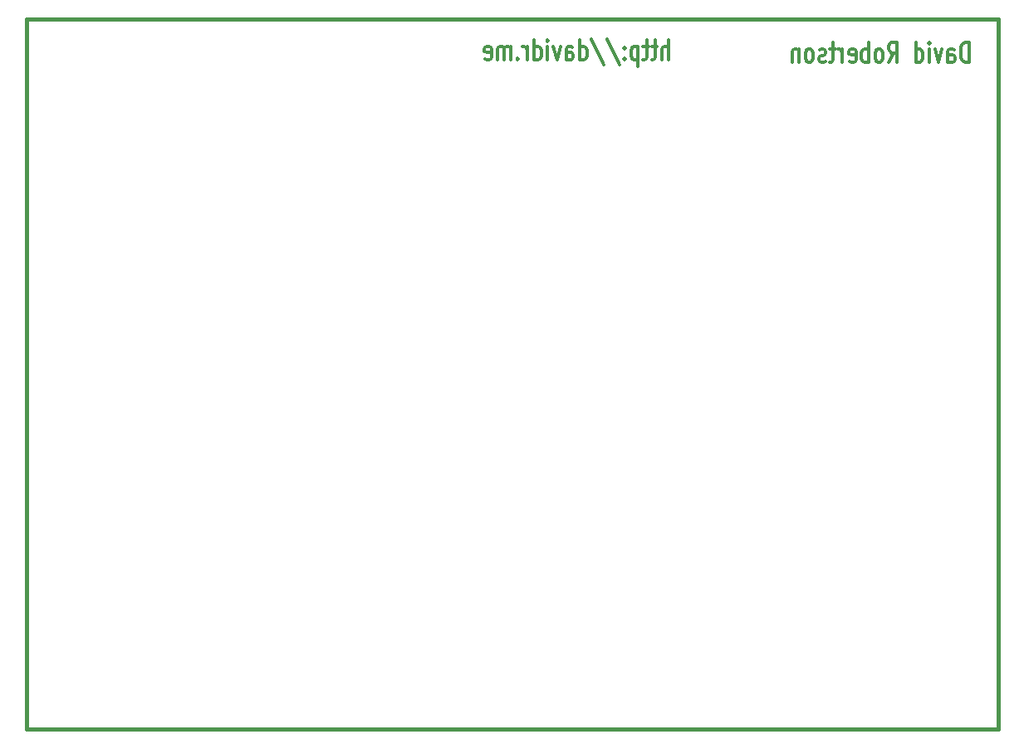
<source format=gbo>
G04 (created by PCBNEW-RS274X (2011-05-25)-stable) date Thu 21 Jun 2012 00:23:00 BST*
G01*
G70*
G90*
%MOIN*%
G04 Gerber Fmt 3.4, Leading zero omitted, Abs format*
%FSLAX34Y34*%
G04 APERTURE LIST*
%ADD10C,0.006000*%
%ADD11C,0.015000*%
%ADD12C,0.012000*%
G04 APERTURE END LIST*
G54D10*
G54D11*
X49200Y-08300D02*
X49200Y-10300D01*
X10200Y-08300D02*
X49200Y-08300D01*
X10200Y-10300D02*
X10200Y-08300D01*
G54D12*
X35986Y-09924D02*
X35986Y-09124D01*
X35729Y-09924D02*
X35729Y-09505D01*
X35758Y-09429D01*
X35815Y-09390D01*
X35900Y-09390D01*
X35958Y-09429D01*
X35986Y-09467D01*
X35529Y-09390D02*
X35300Y-09390D01*
X35443Y-09124D02*
X35443Y-09810D01*
X35415Y-09886D01*
X35357Y-09924D01*
X35300Y-09924D01*
X35186Y-09390D02*
X34957Y-09390D01*
X35100Y-09124D02*
X35100Y-09810D01*
X35072Y-09886D01*
X35014Y-09924D01*
X34957Y-09924D01*
X34757Y-09390D02*
X34757Y-10190D01*
X34757Y-09429D02*
X34700Y-09390D01*
X34586Y-09390D01*
X34529Y-09429D01*
X34500Y-09467D01*
X34471Y-09543D01*
X34471Y-09771D01*
X34500Y-09848D01*
X34529Y-09886D01*
X34586Y-09924D01*
X34700Y-09924D01*
X34757Y-09886D01*
X34214Y-09848D02*
X34186Y-09886D01*
X34214Y-09924D01*
X34243Y-09886D01*
X34214Y-09848D01*
X34214Y-09924D01*
X34214Y-09429D02*
X34186Y-09467D01*
X34214Y-09505D01*
X34243Y-09467D01*
X34214Y-09429D01*
X34214Y-09505D01*
X33500Y-09086D02*
X34014Y-10114D01*
X32871Y-09086D02*
X33385Y-10114D01*
X32413Y-09924D02*
X32413Y-09124D01*
X32413Y-09886D02*
X32470Y-09924D01*
X32584Y-09924D01*
X32642Y-09886D01*
X32670Y-09848D01*
X32699Y-09771D01*
X32699Y-09543D01*
X32670Y-09467D01*
X32642Y-09429D01*
X32584Y-09390D01*
X32470Y-09390D01*
X32413Y-09429D01*
X31870Y-09924D02*
X31870Y-09505D01*
X31899Y-09429D01*
X31956Y-09390D01*
X32070Y-09390D01*
X32127Y-09429D01*
X31870Y-09886D02*
X31927Y-09924D01*
X32070Y-09924D01*
X32127Y-09886D01*
X32156Y-09810D01*
X32156Y-09733D01*
X32127Y-09657D01*
X32070Y-09619D01*
X31927Y-09619D01*
X31870Y-09581D01*
X31641Y-09390D02*
X31498Y-09924D01*
X31356Y-09390D01*
X31127Y-09924D02*
X31127Y-09390D01*
X31127Y-09124D02*
X31156Y-09162D01*
X31127Y-09200D01*
X31099Y-09162D01*
X31127Y-09124D01*
X31127Y-09200D01*
X30584Y-09924D02*
X30584Y-09124D01*
X30584Y-09886D02*
X30641Y-09924D01*
X30755Y-09924D01*
X30813Y-09886D01*
X30841Y-09848D01*
X30870Y-09771D01*
X30870Y-09543D01*
X30841Y-09467D01*
X30813Y-09429D01*
X30755Y-09390D01*
X30641Y-09390D01*
X30584Y-09429D01*
X30298Y-09924D02*
X30298Y-09390D01*
X30298Y-09543D02*
X30270Y-09467D01*
X30241Y-09429D01*
X30184Y-09390D01*
X30127Y-09390D01*
X29927Y-09848D02*
X29899Y-09886D01*
X29927Y-09924D01*
X29956Y-09886D01*
X29927Y-09848D01*
X29927Y-09924D01*
X29641Y-09924D02*
X29641Y-09390D01*
X29641Y-09467D02*
X29613Y-09429D01*
X29555Y-09390D01*
X29470Y-09390D01*
X29413Y-09429D01*
X29384Y-09505D01*
X29384Y-09924D01*
X29384Y-09505D02*
X29355Y-09429D01*
X29298Y-09390D01*
X29213Y-09390D01*
X29155Y-09429D01*
X29127Y-09505D01*
X29127Y-09924D01*
X28613Y-09886D02*
X28670Y-09924D01*
X28784Y-09924D01*
X28841Y-09886D01*
X28870Y-09810D01*
X28870Y-09505D01*
X28841Y-09429D01*
X28784Y-09390D01*
X28670Y-09390D01*
X28613Y-09429D01*
X28584Y-09505D01*
X28584Y-09581D01*
X28870Y-09657D01*
X48043Y-10024D02*
X48043Y-09224D01*
X47900Y-09224D01*
X47815Y-09262D01*
X47757Y-09338D01*
X47729Y-09414D01*
X47700Y-09567D01*
X47700Y-09681D01*
X47729Y-09833D01*
X47757Y-09910D01*
X47815Y-09986D01*
X47900Y-10024D01*
X48043Y-10024D01*
X47186Y-10024D02*
X47186Y-09605D01*
X47215Y-09529D01*
X47272Y-09490D01*
X47386Y-09490D01*
X47443Y-09529D01*
X47186Y-09986D02*
X47243Y-10024D01*
X47386Y-10024D01*
X47443Y-09986D01*
X47472Y-09910D01*
X47472Y-09833D01*
X47443Y-09757D01*
X47386Y-09719D01*
X47243Y-09719D01*
X47186Y-09681D01*
X46957Y-09490D02*
X46814Y-10024D01*
X46672Y-09490D01*
X46443Y-10024D02*
X46443Y-09490D01*
X46443Y-09224D02*
X46472Y-09262D01*
X46443Y-09300D01*
X46415Y-09262D01*
X46443Y-09224D01*
X46443Y-09300D01*
X45900Y-10024D02*
X45900Y-09224D01*
X45900Y-09986D02*
X45957Y-10024D01*
X46071Y-10024D01*
X46129Y-09986D01*
X46157Y-09948D01*
X46186Y-09871D01*
X46186Y-09643D01*
X46157Y-09567D01*
X46129Y-09529D01*
X46071Y-09490D01*
X45957Y-09490D01*
X45900Y-09529D01*
X44814Y-10024D02*
X45014Y-09643D01*
X45157Y-10024D02*
X45157Y-09224D01*
X44929Y-09224D01*
X44871Y-09262D01*
X44843Y-09300D01*
X44814Y-09376D01*
X44814Y-09490D01*
X44843Y-09567D01*
X44871Y-09605D01*
X44929Y-09643D01*
X45157Y-09643D01*
X44471Y-10024D02*
X44529Y-09986D01*
X44557Y-09948D01*
X44586Y-09871D01*
X44586Y-09643D01*
X44557Y-09567D01*
X44529Y-09529D01*
X44471Y-09490D01*
X44386Y-09490D01*
X44329Y-09529D01*
X44300Y-09567D01*
X44271Y-09643D01*
X44271Y-09871D01*
X44300Y-09948D01*
X44329Y-09986D01*
X44386Y-10024D01*
X44471Y-10024D01*
X44014Y-10024D02*
X44014Y-09224D01*
X44014Y-09529D02*
X43957Y-09490D01*
X43843Y-09490D01*
X43786Y-09529D01*
X43757Y-09567D01*
X43728Y-09643D01*
X43728Y-09871D01*
X43757Y-09948D01*
X43786Y-09986D01*
X43843Y-10024D01*
X43957Y-10024D01*
X44014Y-09986D01*
X43243Y-09986D02*
X43300Y-10024D01*
X43414Y-10024D01*
X43471Y-09986D01*
X43500Y-09910D01*
X43500Y-09605D01*
X43471Y-09529D01*
X43414Y-09490D01*
X43300Y-09490D01*
X43243Y-09529D01*
X43214Y-09605D01*
X43214Y-09681D01*
X43500Y-09757D01*
X42957Y-10024D02*
X42957Y-09490D01*
X42957Y-09643D02*
X42929Y-09567D01*
X42900Y-09529D01*
X42843Y-09490D01*
X42786Y-09490D01*
X42672Y-09490D02*
X42443Y-09490D01*
X42586Y-09224D02*
X42586Y-09910D01*
X42558Y-09986D01*
X42500Y-10024D01*
X42443Y-10024D01*
X42272Y-09986D02*
X42215Y-10024D01*
X42100Y-10024D01*
X42043Y-09986D01*
X42015Y-09910D01*
X42015Y-09871D01*
X42043Y-09795D01*
X42100Y-09757D01*
X42186Y-09757D01*
X42243Y-09719D01*
X42272Y-09643D01*
X42272Y-09605D01*
X42243Y-09529D01*
X42186Y-09490D01*
X42100Y-09490D01*
X42043Y-09529D01*
X41671Y-10024D02*
X41729Y-09986D01*
X41757Y-09948D01*
X41786Y-09871D01*
X41786Y-09643D01*
X41757Y-09567D01*
X41729Y-09529D01*
X41671Y-09490D01*
X41586Y-09490D01*
X41529Y-09529D01*
X41500Y-09567D01*
X41471Y-09643D01*
X41471Y-09871D01*
X41500Y-09948D01*
X41529Y-09986D01*
X41586Y-10024D01*
X41671Y-10024D01*
X41214Y-09490D02*
X41214Y-10024D01*
X41214Y-09567D02*
X41186Y-09529D01*
X41128Y-09490D01*
X41043Y-09490D01*
X40986Y-09529D01*
X40957Y-09605D01*
X40957Y-10024D01*
G54D11*
X49200Y-36800D02*
X49200Y-10300D01*
X10200Y-36800D02*
X49200Y-36800D01*
X10200Y-36800D02*
X10200Y-35800D01*
X10200Y-10300D02*
X10200Y-36800D01*
M02*

</source>
